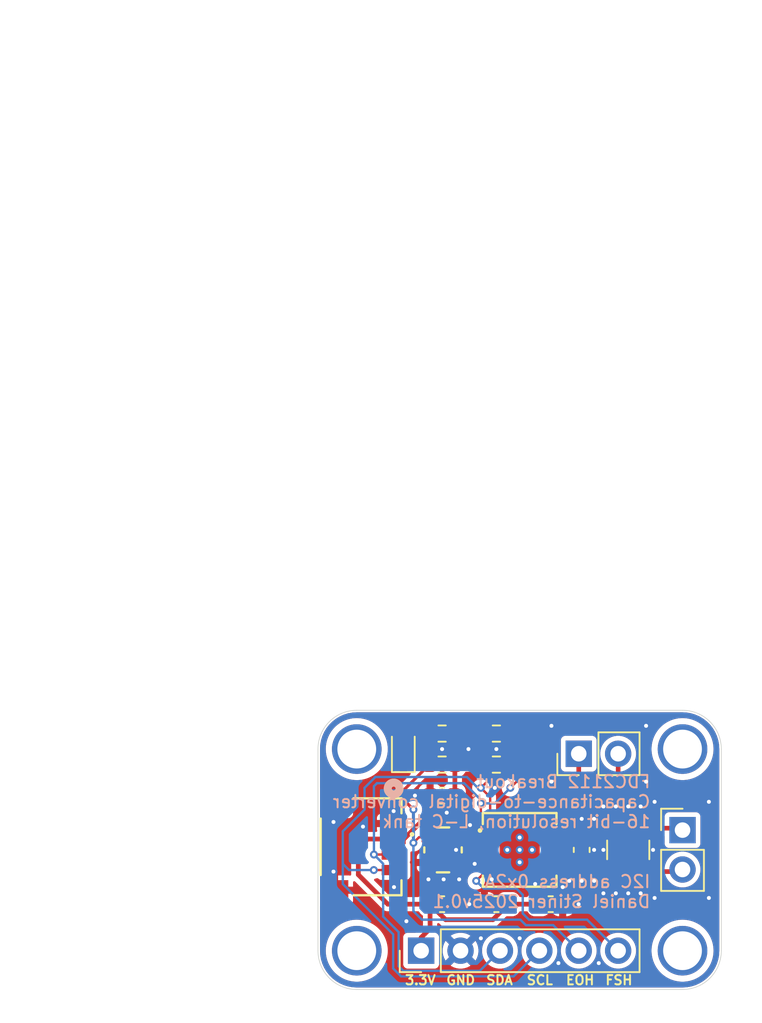
<source format=kicad_pcb>
(kicad_pcb (version 20241229) (generator "pcbnew") (generator_version "9.0")
  (layers (0 "F.Cu" signal) (2 "B.Cu" signal) (13 "F.Paste" user) (15 "B.Paste" user) (5 "F.SilkS" user "F.Silkscreen") (7 "B.SilkS" user "B.Silkscreen") (1 "F.Mask" user) (3 "B.Mask" user) (25 "Edge.Cuts" user))
  (net 0 "")
  (net 1 "GND")
  (net 2 "+3.3V")
  (net 3 "/SENSE0-")
  (net 4 "/SENSE0+")
  (net 5 "Net-(D3-A)")
  (net 6 "/SDA")
  (net 7 "/SCL")
  (net 8 "/FDC_CLK")
  (net 9 "/EOH")
  (net 11 "/SENSE1+")
  (net 12 "/SENSE1-")
  (net 13 "/SHUTDOWN")
  (footprint "FDC2112:DNT0012B_TEX" (layer "F.Cu") (at 113 109)
    (property "Reference" "U6" (hide yes))
    (property "Value" "FDC2112")
    (fp_line (start -2.3749 -2.3749) (end -2.3749 -1.662975) (stroke (width 0.1524)) (layer "F.SilkS"))
    (fp_line (start -2.3749 1.662975) (end -2.3749 2.3749) (stroke (width 0.1524)) (layer "F.SilkS"))
    (fp_line (start -2.3749 2.3749) (end 2.3749 2.3749) (stroke (width 0.1524)) (layer "F.SilkS"))
    (fp_line (start 2.3749 -2.3749) (end -2.3749 -2.3749) (stroke (width 0.1524)) (layer "F.SilkS"))
    (fp_line (start 2.3749 -1.662975) (end 2.3749 -2.3749) (stroke (width 0.1524)) (layer "F.SilkS"))
    (fp_line (start 2.3749 2.3749) (end 2.3749 1.662975) (stroke (width 0.1524)) (layer "F.SilkS"))
    (fp_circle (center -2.5564 -1.25) (end -2.4564 -1.25) (stroke (width 0.1)) (fill yes) (layer "F.SilkS"))
    (pad "1" smd roundrect (at -1.899999 -1.25) (size 0.6096 0.254) (layers "F.Cu" "F.Mask" "F.Paste") (net 7 "/SCL"))
    (pad "2" smd roundrect (at -1.899999 -0.750001) (size 0.6096 0.254) (layers "F.Cu" "F.Mask" "F.Paste") (net 6 "/SDA"))
    (pad "3" smd roundrect (at -1.899999 -0.25) (size 0.6096 0.254) (layers "F.Cu" "F.Mask" "F.Paste") (net 8 "/FDC_CLK"))
    (pad "4" smd roundrect (at -1.899999 0.25) (size 0.6096 0.254) (layers "F.Cu" "F.Mask" "F.Paste") (net 1 "GND"))
    (pad "5" smd roundrect (at -1.899999 0.750001) (size 0.6096 0.254) (layers "F.Cu" "F.Mask" "F.Paste"))
    (pad "6" smd roundrect (at -1.899999 1.25) (size 0.6096 0.254) (layers "F.Cu" "F.Mask" "F.Paste") (net 13 "/SHUTDOWN"))
    (pad "7" smd roundrect (at 1.899999 1.25) (size 0.6096 0.254) (layers "F.Cu" "F.Mask" "F.Paste") (net 2 "+3.3V"))
    (pad "8" smd roundrect (at 1.899999 0.750001) (size 0.6096 0.254) (layers "F.Cu" "F.Mask" "F.Paste") (net 1 "GND"))
    (pad "9" smd roundrect (at 1.899999 0.25) (size 0.6096 0.254) (layers "F.Cu" "F.Mask" "F.Paste") (net 4 "/SENSE0+"))
    (pad "10" smd roundrect (at 1.899999 -0.25) (size 0.6096 0.254) (layers "F.Cu" "F.Mask" "F.Paste") (net 3 "/SENSE0-"))
    (pad "11" smd roundrect (at 1.899999 -0.750001) (size 0.6096 0.254) (layers "F.Cu" "F.Mask" "F.Paste") (net 11 "/SENSE1+"))
    (pad "12" smd roundrect (at 1.899999 -1.25) (size 0.6096 0.254) (layers "F.Cu" "F.Mask" "F.Paste") (net 12 "/SENSE1-"))
    (pad "13" thru_hole circle (at -0.8 0) (size 0.508 0.508) (drill 0.254) (layers "*.Cu" "*.Mask"))
    (pad "13" thru_hole circle (at 0 -0.8) (size 0.508 0.508) (drill 0.254) (layers "*.Cu" "*.Mask"))
    (pad "13" thru_hole circle (at 0 0) (size 0.508 0.508) (drill 0.254) (layers "*.Cu" "*.Mask"))
    (pad "13" smd rect (at 0 0) (size 2.5908 2.9972) (layers "F.Cu" "F.Mask"))
    (pad "13" thru_hole circle (at 0 0.8) (size 0.508 0.508) (drill 0.254) (layers "*.Cu" "*.Mask"))
    (pad "13" thru_hole circle (at 0.8 0) (size 0.508 0.508) (drill 0.254) (layers "*.Cu" "*.Mask"))
  )
  (footprint "Resistor_SMD:R_0603_1608Metric" (layer "F.Cu") (at 108 103.5 180)
    (property "Reference" "R1" (hide yes))
    (property "Value" "10k")
    (fp_line (start -0.237258 0.5225) (end 0.237258 0.5225) (stroke (width 0.12)) (layer "F.SilkS"))
    (fp_line (start -0.237258 -0.5225) (end 0.237258 -0.5225) (stroke (width 0.12)) (layer "F.SilkS"))
    (pad "1" smd roundrect (at -0.825 0 180) (size 0.8 0.95) (layers "F.Cu" "F.Mask" "F.Paste") (net 2 "+3.3V"))
    (pad "2" smd roundrect (at 0.825 0 180) (size 0.8 0.95) (layers "F.Cu" "F.Mask" "F.Paste") (net 9 "/EOH"))
  )
  (footprint "Capacitor_SMD:C_0603_1608Metric" (layer "F.Cu") (at 108 112.5)
    (property "Reference" "C3" (hide yes))
    (property "Value" "0.01u")
    (fp_line (start -0.14058 -0.51) (end 0.14058 -0.51) (stroke (width 0.12)) (layer "F.SilkS"))
    (fp_line (start -0.14058 0.51) (end 0.14058 0.51) (stroke (width 0.12)) (layer "F.SilkS"))
    (pad "1" smd roundrect (at -0.775 0) (size 0.9 0.95) (layers "F.Cu" "F.Mask" "F.Paste") (net 2 "+3.3V"))
    (pad "2" smd roundrect (at 0.775 0) (size 0.9 0.95) (layers "F.Cu" "F.Mask" "F.Paste") (net 1 "GND"))
  )
  (footprint "Resistor_SMD:R_0603_1608Metric" (layer "F.Cu") (at 111.5 103.5)
    (property "Reference" "R8" (hide yes))
    (property "Value" "10k")
    (fp_line (start -0.237258 -0.5225) (end 0.237258 -0.5225) (stroke (width 0.12)) (layer "F.SilkS"))
    (fp_line (start -0.237258 0.5225) (end 0.237258 0.5225) (stroke (width 0.12)) (layer "F.SilkS"))
    (pad "1" smd roundrect (at -0.825 0) (size 0.8 0.95) (layers "F.Cu" "F.Mask" "F.Paste") (net 2 "+3.3V"))
    (pad "2" smd roundrect (at 0.825 0) (size 0.8 0.95) (layers "F.Cu" "F.Mask" "F.Paste") (net 7 "/SCL"))
  )
  (footprint "Connector_PinHeader_2.54mm:PinHeader_1x02_P2.54mm_Vertical" (layer "F.Cu") (at 123.5 107.725)
    (property "Reference" "J2" (hide yes))
    (property "Value" "Conn_01x02")
    (fp_line (start -1.38 -1.38) (end 0 -1.38) (stroke (width 0.12)) (layer "F.SilkS"))
    (fp_line (start -1.38 0) (end -1.38 -1.38) (stroke (width 0.12)) (layer "F.SilkS"))
    (fp_line (start -1.38 1.27) (end -1.38 3.92) (stroke (width 0.12)) (layer "F.SilkS"))
    (fp_line (start -1.38 1.27) (end 1.38 1.27) (stroke (width 0.12)) (layer "F.SilkS"))
    (fp_line (start -1.38 3.92) (end 1.38 3.92) (stroke (width 0.12)) (layer "F.SilkS"))
    (fp_line (start 1.38 1.27) (end 1.38 3.92) (stroke (width 0.12)) (layer "F.SilkS"))
    (pad "1" thru_hole rect (at 0 0) (size 1.7 1.7) (drill 1) (layers "*.Cu" "*.Mask") (net 3 "/SENSE0-"))
    (pad "2" thru_hole circle (at 0 2.54) (size 1.7 1.7) (drill 1) (layers "*.Cu" "*.Mask") (net 4 "/SENSE0+"))
  )
  (footprint "625L3C040M00000:IC_625L3C040M00000_CTS" (layer "F.Cu") (at 108.0602 109)
    (property "Reference" "U5" (hide yes))
    (property "Value" "625L3C040M00000")
    (fp_line (start -1.2065 -0.16226) (end -1.2065 0.16226) (stroke (width 0.1524)) (layer "F.SilkS"))
    (fp_line (start -0.396714 1.4478) (end 0.396714 1.4478) (stroke (width 0.1524)) (layer "F.SilkS"))
    (fp_line (start 0.396714 -1.4478) (end -0.396714 -1.4478) (stroke (width 0.1524)) (layer "F.SilkS"))
    (fp_line (start 1.2065 0.16226) (end 1.2065 -0.16226) (stroke (width 0.1524)) (layer "F.SilkS"))
    (fp_circle (center -2 -1) (end -1.9238 -1) (stroke (width 0.1524)) (fill no) (layer "F.SilkS"))
    (pad "1" smd rect (at -0.9398 -0.8125) (size 0.889 0.635) (layers "F.Cu" "F.Mask" "F.Paste") (net 9 "/EOH"))
    (pad "2" smd rect (at -0.9398 0.8125) (size 0.889 0.635) (layers "F.Cu" "F.Mask" "F.Paste") (net 1 "GND"))
    (pad "3" smd rect (at 0.9398 0.8125) (size 0.889 0.635) (layers "F.Cu" "F.Mask" "F.Paste") (net 8 "/FDC_CLK"))
    (pad "4" smd rect (at 0.9398 -0.8125) (size 0.889 0.635) (layers "F.Cu" "F.Mask" "F.Paste") (net 2 "+3.3V"))
  )
  (footprint "Capacitor_SMD:C_0603_1608Metric" (layer "F.Cu") (at 108 105.5 180)
    (property "Reference" "C4" (hide yes))
    (property "Value" "0.1u")
    (fp_line (start -0.14058 0.51) (end 0.14058 0.51) (stroke (width 0.12)) (layer "F.SilkS"))
    (fp_line (start -0.14058 -0.51) (end 0.14058 -0.51) (stroke (width 0.12)) (layer "F.SilkS"))
    (pad "1" smd roundrect (at -0.775 0 180) (size 0.9 0.95) (layers "F.Cu" "F.Mask" "F.Paste") (net 2 "+3.3V"))
    (pad "2" smd roundrect (at 0.775 0 180) (size 0.9 0.95) (layers "F.Cu" "F.Mask" "F.Paste") (net 1 "GND"))
  )
  (footprint "Inductor_SMD:L_1210_3225Metric" (layer "F.Cu") (at 120 109 90)
    (property "Reference" "L1" (hide yes))
    (property "Value" "10uH")
    (fp_line (start -0.602064 -1.36) (end 0.602064 -1.36) (stroke (width 0.12)) (layer "F.SilkS"))
    (fp_line (start -0.602064 1.36) (end 0.602064 1.36) (stroke (width 0.12)) (layer "F.SilkS"))
    (pad "1" smd roundrect (at -1.4 0 90) (size 1.25 2.65) (layers "F.Cu" "F.Mask" "F.Paste") (roundrect_rratio 0.2) (net 4 "/SENSE0+"))
    (pad "2" smd roundrect (at 1.4 0 90) (size 1.25 2.65) (layers "F.Cu" "F.Mask" "F.Paste") (roundrect_rratio 0.2) (net 3 "/SENSE0-"))
  )
  (footprint "MountingHoleCompact:MountingHole_2.5mm_Plated" (layer "F.Cu") (at 102.5 102.5)
    (property "Reference" "H1" (hide yes))
    (property "Value" "MountingHole")
    (pad "" thru_hole circle (at 0 0) (size 3.2 3.2) (drill 2.5) (layers "*.Cu" "*.Mask"))
    (zone (net 0) (net_name "") (layers "F.Cu" "B.Cu") (name "Keepout") (connect_pads (clearance 0)) (min_thickness 0.25)
      (keepout (tracks not_allowed) (vias not_allowed) (pads allowed) (copperpour not_allowed) (footprints allowed))
      (fill (thermal_gap 0.5) (thermal_bridge_width 0.5))
      (polygon (pts (arc (start 100.5 102.5) (mid 104.5 102.5) (end 100.5 102.5))))
    )
  )
  (footprint "Connector_PinHeader_2.54mm:PinHeader_1x02_P2.54mm_Vertical" (layer "F.Cu") (at 116.81 102.8 90)
    (property "Reference" "J3" (hide yes))
    (property "Value" "Conn_01x02")
    (fp_line (start -1.38 -1.38) (end 0 -1.38) (stroke (width 0.12)) (layer "F.SilkS"))
    (fp_line (start -1.38 0) (end -1.38 -1.38) (stroke (width 0.12)) (layer "F.SilkS"))
    (fp_line (start 1.38 1.27) (end 1.38 3.92) (stroke (width 0.12)) (layer "F.SilkS"))
    (fp_line (start -1.38 1.27) (end 1.38 1.27) (stroke (width 0.12)) (layer "F.SilkS"))
    (fp_line (start -1.38 1.27) (end -1.38 3.92) (stroke (width 0.12)) (layer "F.SilkS"))
    (fp_line (start -1.38 3.92) (end 1.38 3.92) (stroke (width 0.12)) (layer "F.SilkS"))
    (pad "1" thru_hole rect (at 0 0 90) (size 1.7 1.7) (drill 1) (layers "*.Cu" "*.Mask") (net 12 "/SENSE1-"))
    (pad "2" thru_hole circle (at 0 2.54 90) (size 1.7 1.7) (drill 1) (layers "*.Cu" "*.Mask") (net 11 "/SENSE1+"))
  )
  (footprint "Connector_PinHeader_2.54mm:PinHeader_1x06_P2.54mm_Vertical" (layer "F.Cu") (at 106.65 115.5 90)
    (property "Reference" "J4" (hide yes))
    (property "Value" "Conn_01x06")
    (fp_line (start -1.38 -1.38) (end 0 -1.38) (stroke (width 0.12)) (layer "F.SilkS"))
    (fp_line (start -1.38 0) (end -1.38 -1.38) (stroke (width 0.12)) (layer "F.SilkS"))
    (fp_line (start 1.38 1.27) (end 1.38 14.08) (stroke (width 0.12)) (layer "F.SilkS"))
    (fp_line (start -1.38 1.27) (end 1.38 1.27) (stroke (width 0.12)) (layer "F.SilkS"))
    (fp_line (start -1.38 1.27) (end -1.38 14.08) (stroke (width 0.12)) (layer "F.SilkS"))
    (fp_line (start -1.38 14.08) (end 1.38 14.08) (stroke (width 0.12)) (layer "F.SilkS"))
    (pad "1" thru_hole rect (at 0 0 90) (size 1.7 1.7) (drill 1) (layers "*.Cu" "*.Mask") (net 2 "+3.3V"))
    (pad "2" thru_hole circle (at 0 2.54 90) (size 1.7 1.7) (drill 1) (layers "*.Cu" "*.Mask") (net 1 "GND"))
    (pad "3" thru_hole circle (at 0 5.08 90) (size 1.7 1.7) (drill 1) (layers "*.Cu" "*.Mask") (net 6 "/SDA"))
    (pad "4" thru_hole circle (at 0 7.62 90) (size 1.7 1.7) (drill 1) (layers "*.Cu" "*.Mask") (net 7 "/SCL"))
    (pad "5" thru_hole circle (at 0 10.16 90) (size 1.7 1.7) (drill 1) (layers "*.Cu" "*.Mask") (net 9 "/EOH"))
    (pad "6" thru_hole circle (at 0 12.7 90) (size 1.7 1.7) (drill 1) (layers "*.Cu" "*.Mask") (net 13 "/SHUTDOWN"))
  )
  (footprint "Capacitor_SMD:C_0603_1608Metric" (layer "F.Cu") (at 115 112.5)
    (property "Reference" "C1" (hide yes))
    (property "Value" "1u")
    (fp_line (start -0.14058 -0.51) (end 0.14058 -0.51) (stroke (width 0.12)) (layer "F.SilkS"))
    (fp_line (start -0.14058 0.51) (end 0.14058 0.51) (stroke (width 0.12)) (layer "F.SilkS"))
    (pad "1" smd roundrect (at -0.775 0) (size 0.9 0.95) (layers "F.Cu" "F.Mask" "F.Paste") (net 2 "+3.3V"))
    (pad "2" smd roundrect (at 0.775 0) (size 0.9 0.95) (layers "F.Cu" "F.Mask" "F.Paste") (net 1 "GND"))
  )
  (footprint "Capacitor_SMD:C_0603_1608Metric" (layer "F.Cu") (at 111.5 112.5 180)
    (property "Reference" "C2" (hide yes))
    (property "Value" "0.1u")
    (fp_line (start -0.14058 0.51) (end 0.14058 0.51) (stroke (width 0.12)) (layer "F.SilkS"))
    (fp_line (start -0.14058 -0.51) (end 0.14058 -0.51) (stroke (width 0.12)) (layer "F.SilkS"))
    (pad "1" smd roundrect (at -0.775 0 180) (size 0.9 0.95) (layers "F.Cu" "F.Mask" "F.Paste") (net 2 "+3.3V"))
    (pad "2" smd roundrect (at 0.775 0 180) (size 0.9 0.95) (layers "F.Cu" "F.Mask" "F.Paste") (net 1 "GND"))
  )
  (footprint "Resistor_SMD:R_0603_1608Metric" (layer "F.Cu") (at 108 101.5 180)
    (property "Reference" "R4" (hide yes))
    (property "Value" "680")
    (fp_line (start -0.237258 0.5225) (end 0.237258 0.5225) (stroke (width 0.12)) (layer "F.SilkS"))
    (fp_line (start -0.237258 -0.5225) (end 0.237258 -0.5225) (stroke (width 0.12)) (layer "F.SilkS"))
    (pad "1" smd roundrect (at -0.825 0 180) (size 0.8 0.95) (layers "F.Cu" "F.Mask" "F.Paste") (net 2 "+3.3V"))
    (pad "2" smd roundrect (at 0.825 0 180) (size 0.8 0.95) (layers "F.Cu" "F.Mask" "F.Paste") (net 5 "Net-(D3-A)"))
  )
  (footprint "MountingHoleCompact:MountingHole_2.5mm_Plated" (layer "F.Cu") (at 123.5 115.5)
    (property "Reference" "H4" (hide yes))
    (property "Value" "MountingHole")
    (pad "" thru_hole circle (at 0 0) (size 3.2 3.2) (drill 2.5) (layers "*.Cu" "*.Mask"))
    (zone (net 0) (net_name "") (layers "F.Cu" "B.Cu") (name "Keepout") (connect_pads (clearance 0)) (min_thickness 0.25)
      (keepout (tracks not_allowed) (vias not_allowed) (pads allowed) (copperpour not_allowed) (footprints allowed))
      (fill (thermal_gap 0.5) (thermal_bridge_width 0.5))
      (polygon (pts (arc (start 121.5 115.5) (mid 125.5 115.5) (end 121.5 115.5))))
    )
  )
  (footprint "MountingHoleCompact:MountingHole_2.5mm_Plated" (layer "F.Cu") (at 102.5 115.5)
    (property "Reference" "H3" (hide yes))
    (property "Value" "MountingHole")
    (pad "" thru_hole circle (at 0 0) (size 3.2 3.2) (drill 2.5) (layers "*.Cu" "*.Mask"))
    (zone (net 0) (net_name "") (layers "F.Cu" "B.Cu") (name "Keepout") (connect_pads (clearance 0)) (min_thickness 0.25)
      (keepout (tracks not_allowed) (vias not_allowed) (pads allowed) (copperpour not_allowed) (footprints allowed))
      (fill (thermal_gap 0.5) (thermal_bridge_width 0.5))
      (polygon (pts (arc (start 100.5 115.5) (mid 104.5 115.5) (end 100.5 115.5))))
    )
  )
  (footprint "MountingHoleCompact:MountingHole_2.5mm_Plated" (layer "F.Cu") (at 123.5 102.5)
    (property "Reference" "H2" (hide yes))
    (property "Value" "MountingHole")
    (pad "" thru_hole circle (at 0 0) (size 3.2 3.2) (drill 2.5) (layers "*.Cu" "*.Mask"))
    (zone (net 0) (net_name "") (layers "F.Cu" "B.Cu") (name "Keepout") (connect_pads (clearance 0)) (min_thickness 0.25)
      (keepout (tracks not_allowed) (vias not_allowed) (pads allowed) (copperpour not_allowed) (footprints allowed))
      (fill (thermal_gap 0.5) (thermal_bridge_width 0.5))
      (polygon (pts (arc (start 121.5 102.5) (mid 125.5 102.5) (end 121.5 102.5))))
    )
  )
  (footprint "LED_SMD:LED_0603_1608Metric" (layer "F.Cu") (at 105.5 102.5 90)
    (property "Reference" "D3" (hide yes))
    (property "Value" "PWRLED")
    (fp_line (start 0.8 -0.735) (end -1.485 -0.735) (stroke (width 0.12)) (layer "F.SilkS"))
    (fp_line (start -1.485 -0.735) (end -1.485 0.735) (stroke (width 0.12)) (layer "F.SilkS"))
    (fp_line (start -1.485 0.735) (end 0.8 0.735) (stroke (width 0.12)) (layer "F.SilkS"))
    (pad "1" smd roundrect (at -0.7875 0 90) (size 0.875 0.95) (layers "F.Cu" "F.Mask" "F.Paste") (net 1 "GND"))
    (pad "2" smd roundrect (at 0.7875 0 90) (size 0.875 0.95) (layers "F.Cu" "F.Mask" "F.Paste") (net 5 "Net-(D3-A)"))
  )
  (footprint "Capacitor_SMD:C_0603_1608Metric" (layer "F.Cu") (at 117 109 90)
    (property "Reference" "C13" (hide yes))
    (property "Value" "33p")
    (fp_line (start -0.14058 -0.51) (end 0.14058 -0.51) (stroke (width 0.12)) (layer "F.SilkS"))
    (fp_line (start -0.14058 0.51) (end 0.14058 0.51) (stroke (width 0.12)) (layer "F.SilkS"))
    (pad "1" smd roundrect (at -0.775 0 90) (size 0.9 0.95) (layers "F.Cu" "F.Mask" "F.Paste") (net 4 "/SENSE0+"))
    (pad "2" smd roundrect (at 0.775 0 90) (size 0.9 0.95) (layers "F.Cu" "F.Mask" "F.Paste") (net 3 "/SENSE0-"))
  )
  (footprint "Resistor_SMD:R_0603_1608Metric" (layer "F.Cu") (at 111.5 101.5)
    (property "Reference" "R7" (hide yes))
    (property "Value" "10k")
    (fp_line (start -0.237258 -0.5225) (end 0.237258 -0.5225) (stroke (width 0.12)) (layer "F.SilkS"))
    (fp_line (start -0.237258 0.5225) (end 0.237258 0.5225) (stroke (width 0.12)) (layer "F.SilkS"))
    (pad "1" smd roundrect (at -0.825 0) (size 0.8 0.95) (layers "F.Cu" "F.Mask" "F.Paste") (net 2 "+3.3V"))
    (pad "2" smd roundrect (at 0.825 0) (size 0.8 0.95) (layers "F.Cu" "F.Mask" "F.Paste") (net 6 "/SDA"))
  )
  (footprint "SM04B_SRSS_TB:CONN_SM04B-SRSS-TB_JST" (layer "F.Cu") (at 102.779001 108.799999 90)
    (property "Reference" "J1" (hide yes))
    (property "Value" "SM04B-SRSS-TB")
    (fp_line (start 1.819559 -2.6035) (end -1.819559 -2.6035) (stroke (width 0.1524)) (layer "F.SilkS"))
    (fp_line (start -3.1242 -0.491261) (end -3.1242 2.6035) (stroke (width 0.1524)) (layer "F.SilkS"))
    (fp_line (start 3.1242 2.6035) (end 3.1242 -0.491261) (stroke (width 0.1524)) (layer "F.SilkS"))
    (fp_line (start 2.16294 2.6035) (end 3.1242 2.6035) (stroke (width 0.1524)) (layer "F.SilkS"))
    (fp_line (start -3.1242 2.6035) (end -2.16294 2.6035) (stroke (width 0.1524)) (layer "F.SilkS"))
    (fp_circle (center 3.7592 2.0985) (end 4.1402 2.0985) (stroke (width 0.508)) (fill no) (layer "F.SilkS"))
    (fp_circle (center 3.7592 2.0985) (end 4.1402 2.0985) (stroke (width 0.508)) (fill no) (layer "B.SilkS"))
    (pad "1" smd rect (at 1.5 2.0985 90) (size 0.6604 1.5494) (layers "F.Cu" "F.Mask" "F.Paste") (net 1 "GND"))
    (pad "2" smd rect (at 0.499999 2.0985 90) (size 0.6604 1.5494) (layers "F.Cu" "F.Mask" "F.Paste") (net 2 "+3.3V"))
    (pad "3" smd rect (at -0.499999 2.0985 90) (size 0.6604 1.5494) (layers "F.Cu" "F.Mask" "F.Paste") (net 6 "/SDA"))
    (pad "4" smd rect (at -1.5 2.0985 90) (size 0.6604 1.5494) (layers "F.Cu" "F.Mask" "F.Paste") (net 7 "/SCL"))
    (pad "5" smd rect (at -2.799999 -1.712 180) (size 1.775999 1.2954) (layers "F.Cu" "F.Mask" "F.Paste") (net 1 "GND"))
    (pad "6" smd rect (at 2.799999 -1.712 180) (size 1.775999 1.2954) (layers "F.Cu" "F.Mask" "F.Paste") (net 1 "GND"))
  )
  (gr_line (start 102.5 100) (end 123.5 100) (stroke (width 0.05)) (layer "Edge.Cuts"))
  (gr_arc (start 100 102.5) (mid 100.732233 100.732233) (end 102.5 100) (stroke (width 0.05)) (layer "Edge.Cuts"))
  (gr_line (start 123.5 118) (end 102.5 118) (stroke (width 0.05)) (layer "Edge.Cuts"))
  (gr_arc (start 102.5 118) (mid 100.732233 117.267767) (end 100 115.5) (stroke (width 0.05)) (layer "Edge.Cuts"))
  (gr_arc (start 126 115.5) (mid 125.267767 117.267767) (end 123.5 118) (stroke (width 0.05)) (layer "Edge.Cuts"))
  (gr_line (start 126 102.5) (end 126 115.5) (stroke (width 0.05)) (layer "Edge.Cuts"))
  (gr_arc (start 123.5 100) (mid 125.267767 100.732233) (end 126 102.5) (stroke (width 0.05)) (layer "Edge.Cuts"))
  (gr_line (start 100 115.5) (end 100 102.5) (stroke (width 0.05)) (layer "Edge.Cuts"))
  (gr_text "EOH" (at 116.9 117.4 0) (layer "F.SilkS") (effects (font (size 0.6 0.6) (thickness 0.127) (bold yes))))
  (gr_text "SDA" (at 111.7 117.4 0) (layer "F.SilkS") (effects (font (size 0.6 0.6) (thickness 0.127) (bold yes))))
  (gr_text "FSH" (at 119.4 117.4 0) (layer "F.SilkS") (effects (font (size 0.6 0.6) (thickness 0.127) (bold yes))))
  (gr_text "GND" (at 109.2 117.4 0) (layer "F.SilkS") (effects (font (size 0.6 0.6) (thickness 0.127) (bold yes))))
  (gr_text "SCL" (at 114.3 117.4 0) (layer "F.SilkS") (effects (font (size 0.6 0.6) (thickness 0.127) (bold yes))))
  (gr_text "3.3V" (at 106.6 117.4 0) (layer "F.SilkS") (effects (font (size 0.6 0.6) (thickness 0.127) (bold yes))))
  (gr_text "FDC2112 Breakout\nCapacitance-to-digital converter\n16-bit resolution, L-C tank\n\n\nI2C address 0x2A\nDaniel Stiner 2025v0.1" (at 121.5 112.8 0) (layer "B.SilkS") (effects (font (size 0.8 0.8) (thickness 0.127)) (justify left bottom mirror)))
  (segment (start 114.899999 109.749998) (end 115.426995 109.749998) (width 0.2) (layer "F.Cu") (net 1))
  (segment (start 115.426995 109.749998) (end 115.7 110.023003) (width 0.2) (layer "F.Cu") (net 1))
  (segment (start 111.100001 109.25) (end 110.75 109.25) (width 0.2) (layer "F.Cu") (net 1))
  (segment (start 110.75 109.25) (end 110.1 109.9) (width 0.2) (layer "F.Cu") (net 1))
  (via (at 121.7 105.9) (size 0.508) (drill 0.254) (layers "F.Cu" "B.Cu") (net 1))
  (via (at 120.8 106.2) (size 0.508) (drill 0.254) (layers "F.Cu" "B.Cu") (net 1))
  (via (at 109.8 107.4) (size 0.508) (drill 0.254) (layers "F.Cu" "B.Cu") (net 1))
  (via (at 118.4 106.2) (size 0.508) (drill 0.254) (layers "F.Cu" "B.Cu") (net 1))
  (via (at 105.7 113.6) (size 0.508) (drill 0.254) (layers "F.Cu" "B.Cu") (net 1))
  (via (at 118.4 111.8) (size 0.508) (drill 0.254) (layers "F.Cu" "B.Cu") (net 1))
  (via (at 115.775 111.4) (size 0.508) (drill 0.254) (layers "F.Cu" "B.Cu") (net 1))
  (via (at 113 114.7) (size 0.508) (drill 0.254) (layers "F.Cu" "B.Cu") (net 1))
  (via (at 110.5 114.7) (size 0.508) (drill 0.254) (layers "F.Cu" "B.Cu") (net 1))
  (via (at 109.7 102.5) (size 0.508) (drill 0.254) (layers "F.Cu" "B.Cu") (net 1))
  (via (at 106.25 105.5) (size 0.508) (drill 0.254) (layers "F.Cu" "B.Cu") (net 1))
  (via (at 108.3 106.6) (size 0.508) (drill 0.254) (layers "F.Cu" "B.Cu") (net 1))
  (via (at 109.1 110.9) (size 0.508) (drill 0.254) (layers "F.Cu" "B.Cu") (net 1))
  (via (at 121.15 104.6) (size 0.508) (drill 0.254) (layers "F.Cu" "B.Cu") (net 1))
  (via (at 104.875001 106.5) (size 0.508) (drill 0.254) (layers "F.Cu" "B.Cu") (net 1))
  (via (at 111.5 102.5) (size 0.508) (drill 0.254) (layers "F.Cu" "B.Cu") (net 1))
  (via (at 101 110.4) (size 0.508) (drill 0.254) (layers "F.Cu" "B.Cu") (net 1))
  (via (at 125.2 112.1) (size 0.508) (drill 0.254) (layers "F.Cu" "B.Cu") (net 1))
  (via (at 116.8 112.5) (size 0.508) (drill 0.254) (layers "F.Cu" "B.Cu") (net 1))
  (via (at 115.05 101) (size 0.508) (drill 0.254) (layers "F.Cu" "B.Cu") (net 1))
  (via (at 125.2 105.9) (size 0.508) (drill 0.254) (layers "F.Cu" "B.Cu") (net 1))
  (via (at 117 107) (size 0.508) (drill 0.254) (layers "F.Cu" "B.Cu") (net 1))
  (via (at 108 102.5) (size 0.508) (drill 0.254) (layers "F.Cu" "B.Cu") (net 1))
  (via (at 114 111.2) (size 0.508) (drill 0.254) (layers "F.Cu" "B.Cu") (net 1))
  (via (at 120 111.8) (size 0.508) (drill 0.254) (layers "F.Cu" "B.Cu") (net 1))
  (via (at 120.8 111.8) (size 0.508) (drill 0.254) (layers "F.Cu" "B.Cu") (net 1))
  (via (at 104.9 111.4) (size 0.508) (drill 0.254) (layers "F.Cu" "B.Cu") (net 1))
  (via (at 108.1 110.9) (size 0.508) (drill 0.254) (layers "F.Cu" "B.Cu") (net 1))
  (via (at 116.2 111) (size 0.508) (drill 0.254) (layers "F.Cu" "B.Cu") (net 1))
  (via (at 117.8 109) (size 0.508) (drill 0.254) (layers "F.Cu" "B.Cu") (net 1))
  (via (at 102.9 107.5) (size 0.508) (drill 0.254) (layers "F.Cu" "B.Cu") (net 1))
  (via (at 118.4 109) (size 0.508) (drill 0.254) (layers "F.Cu" "B.Cu") (net 1))
  (via (at 119.2 106.2) (size 0.508) (drill 0.254) (layers "F.Cu" "B.Cu") (net 1))
  (via (at 120 106.2) (size 0.508) (drill 0.254) (layers "F.Cu" "B.Cu") (net 1))
  (via (at 111.4 105) (size 0.508) (drill 0.254) (layers "F.Cu" "B.Cu") (net 1))
  (via (at 110.1 109.9) (size 0.508) (drill 0.254) (layers "F.Cu" "B.Cu") (net 1))
  (via (at 121.7 112.1) (size 0.508) (drill 0.254) (layers "F.Cu" "B.Cu") (net 1))
  (via (at 108.9 109) (size 0.508) (drill 0.254) (layers "F.Cu" "B.Cu") (net 1))
  (via (at 115.5 116.3) (size 0.508) (drill 0.254) (layers "F.Cu" "B.Cu") (net 1))
  (via (at 109.75 112.5) (size 0.508) (drill 0.254) (layers "F.Cu" "B.Cu") (net 1))
  (via (at 117.8 111) (size 0.508) (drill 0.254) (layers "F.Cu" "B.Cu") (net 1))
  (via (at 107.1204 110.9) (size 0.508) (drill 0.254) (layers "F.Cu" "B.Cu") (net 1))
  (via (at 121.15 101) (size 0.508) (drill 0.254) (layers "F.Cu" "B.Cu") (net 1))
  (via (at 115.05 104.6) (size 0.508) (drill 0.254) (layers "F.Cu" "B.Cu") (net 1))
  (via (at 117.8 107) (size 0.508) (drill 0.254) (layers "F.Cu" "B.Cu") (net 1))
  (via (at 101 107.2) (size 0.508) (drill 0.254) (layers "F.Cu" "B.Cu") (net 1))
  (via (at 111.2 110.9) (size 0.508) (drill 0.254) (layers "F.Cu" "B.Cu") (net 1))
  (via (at 121.6 109) (size 0.508) (drill 0.254) (layers "F.Cu" "B.Cu") (net 1))
  (via (at 118.1 116.3) (size 0.508) (drill 0.254) (layers "F.Cu" "B.Cu") (net 1))
  (via (at 117 111) (size 0.508) (drill 0.254) (layers "F.Cu" "B.Cu") (net 1))
  (via (at 119.2 111.8) (size 0.508) (drill 0.254) (layers "F.Cu" "B.Cu") (net 1))
  (segment (start 104.5 112.5) (end 102.6 110.6) (width 0.3048) (layer "F.Cu") (net 2))
  (segment (start 108.7875 108.1875) (end 109 108.1875) (width 0.3048) (layer "F.Cu") (net 2))
  (segment (start 105.5391 108.3) (end 106.8391 107) (width 0.3048) (layer "F.Cu") (net 2))
  (segment (start 108.825 103.5) (end 110.675 103.5) (width 0.3048) (layer "F.Cu") (net 2))
  (segment (start 114.899999 111.825001) (end 114.225 112.5) (width 0.3048) (layer "F.Cu") (net 2))
  (segment (start 103.2 108.3) (end 105.5391 108.3) (width 0.3048) (layer "F.Cu") (net 2))
  (segment (start 106.8391 107) (end 107.6 107) (width 0.3048) (layer "F.Cu") (net 2))
  (segment (start 106.65 114.65) (end 107.225 114.075) (width 0.3048) (layer "F.Cu") (net 2))
  (segment (start 110.675 103.5) (end 110.675 101.5) (width 0.3048) (layer "F.Cu") (net 2))
  (segment (start 102.6 110.6) (end 102.6 108.9) (width 0.3048) (layer "F.Cu") (net 2))
  (segment (start 106.65 115.5) (end 106.65 114.65) (width 0.3048) (layer "F.Cu") (net 2))
  (segment (start 108.825 105.45) (end 108.775 105.5) (width 0.3048) (layer "F.Cu") (net 2))
  (segment (start 108.825 103.5) (end 108.825 105.45) (width 0.3048) (layer "F.Cu") (net 2))
  (segment (start 107.225 114.075) (end 107.225 112.5) (width 0.3048) (layer "F.Cu") (net 2))
  (segment (start 109.1 105.825) (end 108.775 105.5) (width 0.3048) (layer "F.Cu") (net 2))
  (segment (start 108.225 113.5) (end 107.225 112.5) (width 0.3048) (layer "F.Cu") (net 2))
  (segment (start 102.6 108.9) (end 103.2 108.3) (width 0.3048) (layer "F.Cu") (net 2))
  (segment (start 112.275 112.5) (end 111.275 113.5) (width 0.3048) (layer "F.Cu") (net 2))
  (segment (start 114.225 112.5) (end 112.275 112.5) (width 0.3048) (layer "F.Cu") (net 2))
  (segment (start 108.825 101.5) (end 108.825 103.5) (width 0.3048) (layer "F.Cu") (net 2))
  (segment (start 107.6 107) (end 108.7875 108.1875) (width 0.3048) (layer "F.Cu") (net 2))
  (segment (start 114.899999 110.25) (end 114.899999 111.825001) (width 0.3048) (layer "F.Cu") (net 2))
  (segment (start 107.225 112.5) (end 104.5 112.5) (width 0.3048) (layer "F.Cu") (net 2))
  (segment (start 111.275 113.5) (end 108.225 113.5) (width 0.3048) (layer "F.Cu") (net 2))
  (segment (start 110.675 101.5) (end 108.825 101.5) (width 0.3048) (layer "F.Cu") (net 2))
  (segment (start 109 108.1875) (end 109.1 108.0875) (width 0.3048) (layer "F.Cu") (net 2))
  (segment (start 109.1 108.0875) (end 109.1 105.825) (width 0.3048) (layer "F.Cu") (net 2))
  (segment (start 118.4 107.6) (end 120 107.6) (width 0.3) (layer "F.Cu") (net 3))
  (segment (start 114.899999 108.749998) (end 115.750002 108.749998) (width 0.3) (layer "F.Cu") (net 3))
  (segment (start 115.750002 108.749998) (end 116.275 108.225) (width 0.3) (layer "F.Cu") (net 3))
  (segment (start 117.775 108.225) (end 118.4 107.6) (width 0.3) (layer "F.Cu") (net 3))
  (segment (start 116.275 108.225) (end 117 108.225) (width 0.3) (layer "F.Cu") (net 3))
  (segment (start 123.375 107.6) (end 123.5 107.725) (width 0.3) (layer "F.Cu") (net 3))
  (segment (start 117 108.225) (end 117.775 108.225) (width 0.3) (layer "F.Cu") (net 3))
  (segment (start 120 107.6) (end 123.375 107.6) (width 0.3) (layer "F.Cu") (net 3))
  (segment (start 118.4 110.4) (end 120 110.4) (width 0.3) (layer "F.Cu") (net 4))
  (segment (start 120 110.4) (end 123.365 110.4) (width 0.3) (layer "F.Cu") (net 4))
  (segment (start 117 109.775) (end 117.775 109.775) (width 0.3) (layer "F.Cu") (net 4))
  (segment (start 114.899999 109.25) (end 115.75 109.25) (width 0.3) (layer "F.Cu") (net 4))
  (segment (start 117.775 109.775) (end 118.4 110.4) (width 0.3) (layer "F.Cu") (net 4))
  (segment (start 116.275 109.775) (end 117 109.775) (width 0.3) (layer "F.Cu") (net 4))
  (segment (start 123.365 110.4) (end 123.5 110.265) (width 0.3) (layer "F.Cu") (net 4))
  (segment (start 115.75 109.25) (end 116.275 109.775) (width 0.3) (layer "F.Cu") (net 4))
  (segment (start 107.175 101.5) (end 105.7125 101.5) (width 0.3048) (layer "F.Cu") (net 5))
  (segment (start 105.7125 101.5) (end 105.5 101.7125) (width 0.3048) (layer "F.Cu") (net 5))
  (segment (start 113.3 101.9) (end 112.9 101.5) (width 0.1524) (layer "F.Cu") (net 6))
  (segment (start 112.9 101.5) (end 112.325 101.5) (width 0.1524) (layer "F.Cu") (net 6))
  (segment (start 110.5 108.129397) (end 110.620602 108.249999) (width 0.1524) (layer "F.Cu") (net 6))
  (segment (start 112.4 105) (end 113.3 104.1) (width 0.1524) (layer "F.Cu") (net 6))
  (segment (start 113.3 104.1) (end 113.3 101.9) (width 0.1524) (layer "F.Cu") (net 6))
  (segment (start 103.6064 109.299998) (end 104.875001 109.299998) (width 0.1524) (layer "F.Cu") (net 6))
  (segment (start 110.620602 108.249999) (end 111.100001 108.249999) (width 0.1524) (layer "F.Cu") (net 6))
  (segment (start 110.5 106) (end 110.5 108.129397) (width 0.1524) (layer "F.Cu") (net 6))
  (via (at 112.4 105) (size 0.508) (drill 0.254) (layers "F.Cu" "B.Cu") (net 6))
  (via (at 103.6064 109.299998) (size 0.508) (drill 0.254) (layers "F.Cu" "B.Cu") (net 6))
  (via (at 110.5 106) (size 0.508) (drill 0.254) (layers "F.Cu" "B.Cu") (net 6))
  (segment (start 110.5 106) (end 110.5 105.776366) (width 0.1524) (layer "B.Cu") (net 6))
  (segment (start 105.2 114.300217) (end 105.2 116.5) (width 0.1524) (layer "B.Cu") (net 6))
  (segment (start 104.2 113.300216) (end 105.2 114.300217) (width 0.1524) (layer "B.Cu") (net 6))
  (segment (start 105.5 116.8) (end 110.43 116.8) (width 0.1524) (layer "B.Cu") (net 6))
  (segment (start 103.6064 109.299998) (end 103.6064 104.8936) (width 0.1524) (layer "B.Cu") (net 6))
  (segment (start 111.4 106) (end 110.5 106) (width 0.1524) (layer "B.Cu") (net 6))
  (segment (start 110.5 105.776366) (end 109.423634 104.7) (width 0.1524) (layer "B.Cu") (net 6))
  (segment (start 110.43 116.8) (end 111.73 115.5) (width 0.1524) (layer "B.Cu") (net 6))
  (segment (start 105.2 116.5) (end 105.5 116.8) (width 0.1524) (layer "B.Cu") (net 6))
  (segment (start 109.423634 104.7) (end 103.8 104.7) (width 0.1524) (layer "B.Cu") (net 6))
  (segment (start 103.8 104.7) (end 103.6064 104.8936) (width 0.1524) (layer "B.Cu") (net 6))
  (segment (start 103.6064 109.299998) (end 104.2 109.893598) (width 0.1524) (layer "B.Cu") (net 6))
  (segment (start 112.4 105) (end 111.4 106) (width 0.1524) (layer "B.Cu") (net 6))
  (segment (start 104.2 109.893598) (end 104.2 113.300216) (width 0.1524) (layer "B.Cu") (net 6))
  (segment (start 111.100001 105.600001) (end 110.5 105) (width 0.1524) (layer "F.Cu") (net 7))
  (segment (start 111.1 104.4) (end 112 104.4) (width 0.1524) (layer "F.Cu") (net 7))
  (segment (start 112 104.4) (end 112.325 104.075) (width 0.1524) (layer "F.Cu") (net 7))
  (segment (start 112.325 104.075) (end 112.325 103.5) (width 0.1524) (layer "F.Cu") (net 7))
  (segment (start 111.100001 107.75) (end 111.100001 105.600001) (width 0.1524) (layer "F.Cu") (net 7))
  (segment (start 104.875001 110.299999) (end 103.6 110.3) (width 0.1524) (layer "F.Cu") (net 7))
  (segment (start 110.5 105) (end 111.1 104.4) (width 0.1524) (layer "F.Cu") (net 7))
  (via (at 103.6 110.3) (size 0.508) (drill 0.254) (layers "F.Cu" "B.Cu") (net 7))
  (via (at 110.5 105) (size 0.508) (drill 0.254) (layers "F.Cu" "B.Cu") (net 7))
  (segment (start 114.27 115.5) (end 112.6166 117.1534) (width 0.1524) (layer "B.Cu") (net 7))
  (segment (start 101.6 109.7) (end 101.6 107.8) (width 0.1524) (layer "B.Cu") (net 7))
  (segment (start 103 105) (end 103.7 104.3) (width 0.1524) (layer "B.Cu") (net 7))
  (segment (start 101.6 109.7) (end 101.6 109.9) (width 0.1524) (layer "B.Cu") (net 7))
  (segment (start 103.7 104.3) (end 109.6 104.3) (width 0.1524) (layer "B.Cu") (net 7))
  (segment (start 103.6 110.3) (end 102 110.3) (width 0.1524) (layer "B.Cu") (net 7))
  (segment (start 110.3 105) (end 110.5 105) (width 0.1524) (layer "B.Cu") (net 7))
  (segment (start 101.6 107.8) (end 103 106.4) (width 0.1524) (layer "B.Cu") (net 7))
  (segment (start 101.6 111.2) (end 101.6 109.7) (width 0.1524) (layer "B.Cu") (net 7))
  (segment (start 105.353616 117.1534) (end 104.8466 116.646383) (width 0.1524) (layer "B.Cu") (net 7))
  (segment (start 103 106.4) (end 103 105) (width 0.1524) (layer "B.Cu") (net 7))
  (segment (start 112.6166 117.1534) (end 105.353616 117.1534) (width 0.1524) (layer "B.Cu") (net 7))
  (segment (start 104.8466 114.4466) (end 101.6 111.2) (width 0.1524) (layer "B.Cu") (net 7))
  (segment (start 109.6 104.3) (end 110.3 105) (width 0.1524) (layer "B.Cu") (net 7))
  (segment (start 101.6 109.9) (end 102 110.3) (width 0.1524) (layer "B.Cu") (net 7))
  (segment (start 104.8466 116.646383) (end 104.8466 114.4466) (width 0.1524) (layer "B.Cu") (net 7))
  (segment (start 109 109.8125) (end 110.0625 108.75) (width 0.3048) (layer "F.Cu") (net 8))
  (segment (start 110.0625 108.75) (end 111.100001 108.75) (width 0.3048) (layer "F.Cu") (net 8))
  (segment (start 105.5 105.175) (end 107.175 103.5) (width 0.2) (layer "F.Cu") (net 9))
  (segment (start 105.5 105.74755) (end 105.5 105.175) (width 0.2) (layer "F.Cu") (net 9))
  (segment (start 106.15245 106.4) (end 105.5 105.74755) (width 0.2) (layer "F.Cu") (net 9))
  (segment (start 106.15245 108.54423) (end 106.50918 108.1875) (width 0.1524) (layer "F.Cu") (net 9))
  (segment (start 106.50918 108.1875) (end 107.1204 108.1875) (width 0.1524) (layer "F.Cu") (net 9))
  (via (at 106.15245 106.4) (size 0.508) (drill 0.254) (layers "F.Cu" "B.Cu") (net 9))
  (via (at 106.15245 108.54423) (size 0.508) (drill 0.254) (layers "F.Cu" "B.Cu") (net 9))
  (segment (start 115.1634 113.8534) (end 116.81 115.5) (width 0.1524) (layer "B.Cu") (net 9))
  (segment (start 113.0466 113.5) (end 113.4 113.8534) (width 0.1524) (layer "B.Cu") (net 9))
  (segment (start 106.7 113.5) (end 113.0466 113.5) (width 0.1524) (layer "B.Cu") (net 9))
  (segment (start 106.15245 108.54423) (end 106.15245 112.95245) (width 0.1524) (layer "B.Cu") (net 9))
  (segment (start 113.4 113.8534) (end 115.1634 113.8534) (width 0.1524) (layer "B.Cu") (net 9))
  (segment (start 106.15245 112.95245) (end 106.7 113.5) (width 0.1524) (layer "B.Cu") (net 9))
  (segment (start 106.15245 106.4) (end 106.15245 108.54423) (width 0.2) (layer "B.Cu") (net 9))
  (segment (start 118.8 104.6) (end 117.3 104.6) (width 0.3) (layer "F.Cu") (net 11))
  (segment (start 117.3 104.6) (end 115.8 106.1) (width 0.3) (layer "F.Cu") (net 11))
  (segment (start 115.350001 108.249999) (end 114.899999 108.249999) (width 0.3) (layer "F.Cu") (net 11))
  (segment (start 115.8 107.8) (end 115.350001 108.249999) (width 0.3) (layer "F.Cu") (net 11))
  (segment (start 115.8 106.1) (end 115.8 107.8) (width 0.3) (layer "F.Cu") (net 11))
  (segment (start 119.35 102.8) (end 119.35 104.05) (width 0.3) (layer "F.Cu") (net 11))
  (segment (start 119.35 104.05) (end 118.8 104.6) (width 0.3) (layer "F.Cu") (net 11))
  (segment (start 114.899999 107.75) (end 115.3 107.349999) (width 0.3) (layer "F.Cu") (net 12))
  (segment (start 116.81 104.38148) (end 115.3 105.89148) (width 0.3) (layer "F.Cu") (net 12))
  (segment (start 115.3 105.89148) (end 115.3 107.349999) (width 0.3) (layer "F.Cu") (net 12))
  (segment (start 116.81 102.8) (end 116.81 104.38148) (width 0.3) (layer "F.Cu") (net 12))
  (segment (start 111.100001 110.25) (end 110.95 110.25) (width 0.1524) (layer "F.Cu") (net 13))
  (segment (start 110.95 110.25) (end 110.2 111) (width 0.1524) (layer "F.Cu") (net 13))
  (via (at 110.2 111) (size 0.508) (drill 0.254) (layers "F.Cu" "B.Cu") (net 13))
  (segment (start 113.2 111.9) (end 113.2 113.1) (width 0.1524) (layer "B.Cu") (net 13))
  (segment (start 112.8 111.5) (end 113.2 111.9) (width 0.1524) (layer "B.Cu") (net 13))
  (segment (start 117.35 113.5) (end 119.35 115.5) (width 0.1524) (layer "B.Cu") (net 13))
  (segment (start 113.2 113.1) (end 113.6 113.5) (width 0.1524) (layer "B.Cu") (net 13))
  (segment (start 113.6 113.5) (end 117.35 113.5) (width 0.1524) (layer "B.Cu") (net 13))
  (segment (start 110.7 111.5) (end 112.8 111.5) (width 0.1524) (layer "B.Cu") (net 13))
  (segment (start 110.2 111) (end 110.7 111.5) (width 0.1524) (layer "B.Cu") (net 13))
  (zone (net 1) (net_name "GND") (layers "F.Cu" "B.Cu") (connect_pads (clearance 0.3048)) (min_thickness 0.1524) (fill yes (thermal_gap 0.3048) (thermal_bridge_width 0.4572) (smoothing chamfer) (radius 1))
    (polygon (pts (xy 100 100) (xy 126 100) (xy 126 118) (xy 100 118)))
  )
)
</source>
